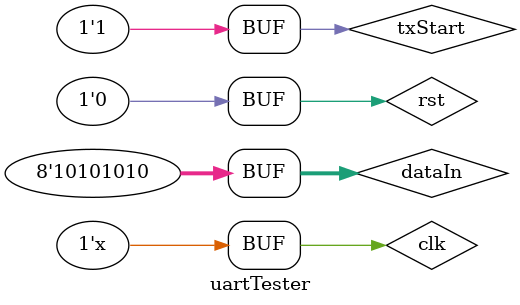
<source format=v>
`timescale 1ns / 1ps
module uartTester();

reg clk, rst, txStart;
reg [7:0]dataIn;

wire txDone, receiveDone;
wire [7:0]dataOut;

wire tx_rx;

uartTransmitter UartTX(.clk(clk), .rst(rst), .dataIn(dataIn), .txStart(txStart),
                       .txSignal(tx_rx), .txDone(txDone));
                       
uartReceiver UartRX(.clk(clk), .rst(rst), .rxSignal(tx_rx), .dataOut(dataOut), .receiveDone(receiveDone));

initial
    begin
        clk = 0;
        rst = 1;
        txStart = 0;
        dataIn = 8'haa;
    end

always
    begin
    #5 clk = ~clk;
    end

initial
    begin
        #100 rst = 0;
        #100 txStart = 1;
    end
endmodule

</source>
